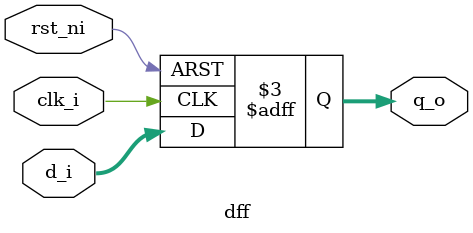
<source format=v>
`timescale 1ns / 1ps


module dff#(parameter DATA_WIDTH=4)(
    input clk_i,
    input rst_ni,
    input [DATA_WIDTH-1:0] d_i,
    output reg [DATA_WIDTH-1:0] q_o
    );
    
    always@ (posedge clk_i or negedge rst_ni ) begin
        if (!rst_ni)
            q_o <= 0;
        else
            q_o <= d_i ;
    end
endmodule

</source>
